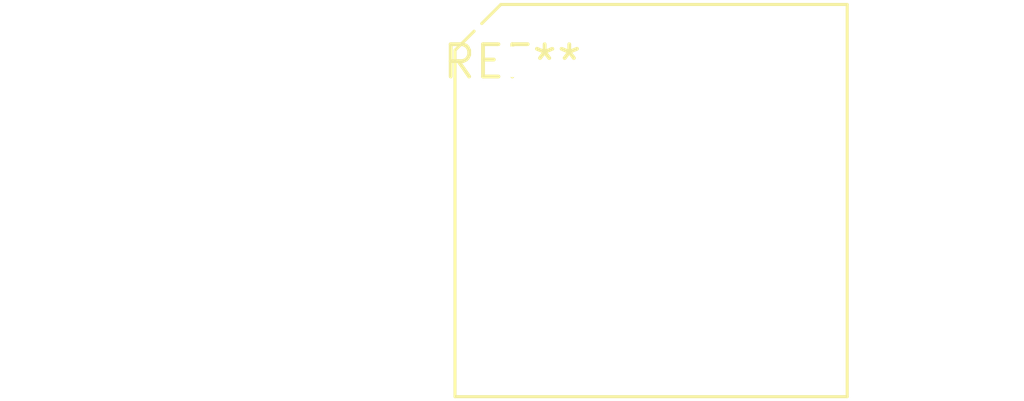
<source format=kicad_pcb>
(kicad_pcb (version 20240108) (generator pcbnew)
  (layers (0 "F.Cu" signal) (31 "B.Cu" signal) (34 "B.Paste" user) (35 "F.Paste" user) (36 "B.SilkS" user "B.Silkscreen") (37 "F.SilkS" user "F.Silkscreen") (38 "B.Mask" user) (39 "F.Mask" user) (44 "Edge.Cuts" user))
  (net 0 "")
  (footprint "Diode_Bridge_15.2x15.2x6.3mm_P10.9mm" (layer "F.Cu") (at 0 0)
    (property "Reference" "REF**")
    (property "Value" "Diode_Bridge_15.2x15.2x6.3mm_P10.9mm")
    (fp_line (start -2.25 -0.45) (end -1.5 -1.2) (layer "F.SilkS") (stroke (width 0.12)))
    (fp_line (start -2.25 13.15) (end -2.25 -0.45) (layer "F.SilkS") (stroke (width 0.12)))
    (fp_line (start -1.2 -1.5) (end -0.45 -2.25) (layer "F.SilkS") (stroke (width 0.12)))
    (fp_line (start -0.45 -2.25) (end 13.15 -2.25) (layer "F.SilkS") (stroke (width 0.12)))
    (fp_line (start 13.15 -2.25) (end 13.15 13.15) (layer "F.SilkS") (stroke (width 0.12)))
    (fp_line (start 13.15 13.15) (end -2.25 13.15) (layer "F.SilkS") (stroke (width 0.12)))
    (pad "1" thru_hole rect (at 0 0 180) (size 2.4 2.4) (drill 1.2) (layers *.Cu *.Mask) (remove_unused_layers))
    (pad "2" thru_hole circle (at 0.1 10.9 180) (size 2.4 2.4) (drill 1.2) (layers *.Cu *.Mask) (remove_unused_layers))
    (pad "3" thru_hole circle (at 10.9 10.9 180) (size 2.4 2.4) (drill 1.2) (layers *.Cu *.Mask) (remove_unused_layers))
    (pad "4" thru_hole circle (at 10.9 0 180) (size 2.4 2.4) (drill 1.2) (layers *.Cu *.Mask) (remove_unused_layers))
  )
)
</source>
